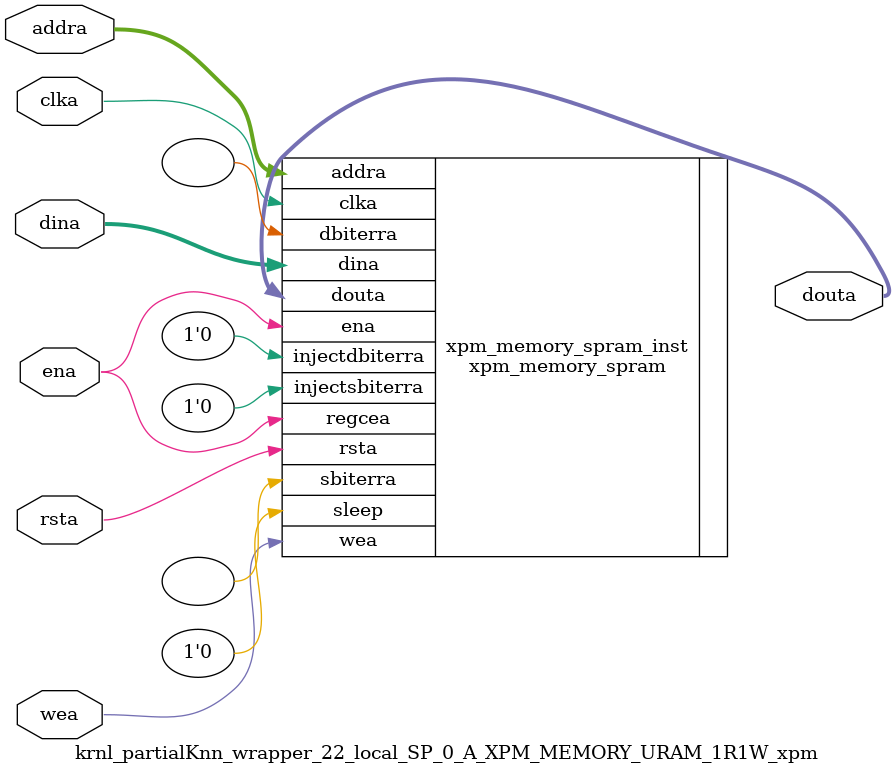
<source format=v>
`timescale 1 ns / 1 ps
module krnl_partialKnn_wrapper_22_local_SP_0_A_XPM_MEMORY_URAM_1R1W_xpm # (
  // Common module parameters
  parameter integer                 MEMORY_SIZE        = 524288,
  parameter                         MEMORY_PRIMITIVE   = "ultra",
  parameter                         ECC_MODE           = "no_ecc",
  parameter                         MEMORY_INIT_FILE   = "none",
  parameter                         WAKEUP_TIME        = "disable_sleep",
  parameter integer                 MESSAGE_CONTROL    = 0,
  // Port A module parameters
  parameter integer                 WRITE_DATA_WIDTH_A = 256,
  parameter integer                 READ_DATA_WIDTH_A  = WRITE_DATA_WIDTH_A,
  parameter integer                 BYTE_WRITE_WIDTH_A = WRITE_DATA_WIDTH_A,
  parameter integer                 ADDR_WIDTH_A       = 11,
  parameter                         READ_RESET_VALUE_A = "0",
  parameter integer                 READ_LATENCY_A     = 1,
  parameter                         WRITE_MODE_A       = "read_first"
) (
  // Port A module ports
  input  wire                                               clka,
  input  wire                                               rsta,
  input  wire                                               ena,
  input  wire [(WRITE_DATA_WIDTH_A/BYTE_WRITE_WIDTH_A)-1:0] wea,
  input  wire [ADDR_WIDTH_A-1:0]                            addra,
  input  wire [WRITE_DATA_WIDTH_A-1:0]                      dina,
  output wire [READ_DATA_WIDTH_A-1:0]                       douta
);
// Set parameter values and connect ports to instantiate an XPM_MEMORY single port RAM configuration
xpm_memory_spram # (
  // Common module parameters
  .MEMORY_SIZE        (MEMORY_SIZE),   //positive integer
  .MEMORY_PRIMITIVE   (MEMORY_PRIMITIVE),      //string; "auto", "distributed", "block" or "ultra";
  .ECC_MODE           (ECC_MODE),      //do not change
  .MEMORY_INIT_FILE   (MEMORY_INIT_FILE), //string; "none" or "<filename>.mem" 
  .MEMORY_INIT_PARAM  (""), //string;
  .WAKEUP_TIME        (WAKEUP_TIME),      //string; "disable_sleep" or "use_sleep_pin"
  .MESSAGE_CONTROL    (MESSAGE_CONTROL),      //do not change
  // Port A module parameters
  .WRITE_DATA_WIDTH_A (WRITE_DATA_WIDTH_A),     //positive integer
  .READ_DATA_WIDTH_A  (READ_DATA_WIDTH_A),     //positive integer
  .BYTE_WRITE_WIDTH_A (BYTE_WRITE_WIDTH_A),     //integer; 8, 9, or WRITE_DATA_WIDTH_A value
  .ADDR_WIDTH_A       (ADDR_WIDTH_A),      //positive integer
  .READ_RESET_VALUE_A (READ_RESET_VALUE_A),  //string
  .READ_LATENCY_A     (READ_LATENCY_A),      //non-negative integer
  .WRITE_MODE_A       (WRITE_MODE_A)       //string; "write_first", "read_first", "no_change"
) xpm_memory_spram_inst (
  // Common module ports
  .sleep          (1'b0),  //do not change
  // Port A module ports
  .clka           (clka),
  .rsta           (rsta),
  .ena            (ena),
  .regcea         (ena),
  .wea            (wea),
  .addra          (addra),
  .dina           (dina),
  .injectsbiterra (1'b0),  //do not change
  .injectdbiterra (1'b0),  //do not change
  .douta          (douta),
  .sbiterra       (),      //do not change
  .dbiterra       ()       //do not change
);
endmodule
</source>
